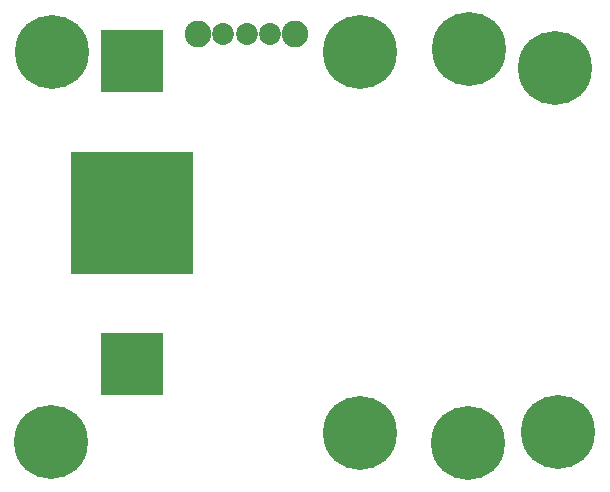
<source format=gbr>
%FSLAX23Y23*%
%MOIN*%
G04 EasyPC Gerber Version 17.0 Build 3379 *
%ADD116R,0.20685X0.20685*%
%ADD115R,0.21000X0.21000*%
%ADD114R,0.41000X0.41000*%
%ADD96C,0.07299*%
%ADD97C,0.08874*%
%ADD95C,0.24622*%
X0Y0D02*
D02*
D95*
X853Y638D03*
X855Y1938D03*
X1883Y668D03*
Y1938D03*
X2242Y634D03*
X2244Y1950D03*
X2530Y1885D03*
X2543Y672D03*
D02*
D96*
X1426Y1998D03*
X1504D03*
X1583D03*
D02*
D97*
X1343D03*
X1666D03*
D02*
D114*
X1123Y1403D03*
D02*
D115*
Y898D03*
D02*
D116*
Y1908D03*
X0Y0D02*
M02*

</source>
